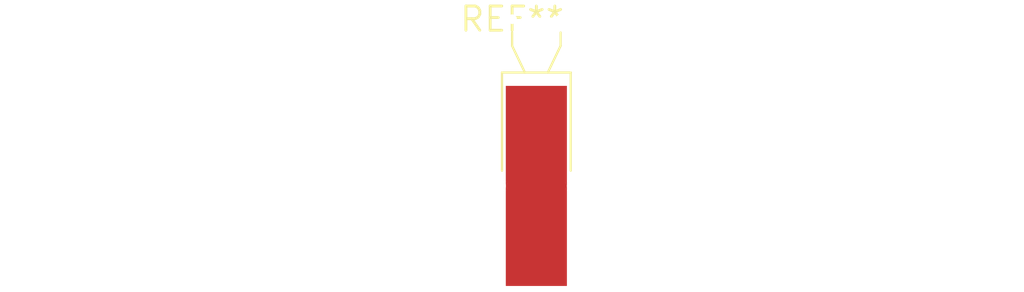
<source format=kicad_pcb>
(kicad_pcb (version 20240108) (generator pcbnew)
  (layers (0 "F.Cu" signal) (31 "B.Cu" signal) (34 "B.Paste" user) (35 "F.Paste" user) (36 "B.SilkS" user "B.Silkscreen") (37 "F.SilkS" user "F.Silkscreen") (38 "B.Mask" user) (39 "F.Mask" user) (44 "Edge.Cuts" user))
  (net 0 "")
  (footprint "Crystal_AT310_D3.0mm_L10.0mm_Horizontal_1EP_style2" (layer "F.Cu") (at 0 0)
    (property "Reference" "REF**")
    (property "Value" "Crystal_AT310_D3.0mm_L10.0mm_Horizontal_1EP_style2")
    (fp_line (start -0.53 2.8) (end 3.07 2.8) (layer "F.SilkS") (stroke (width 0.12)))
    (fp_line (start -0.53 7.95) (end -0.53 2.8) (layer "F.SilkS") (stroke (width 0.12)))
    (fp_line (start 0 1.4) (end 0 0.7) (layer "F.SilkS") (stroke (width 0.12)))
    (fp_line (start 0.67 2.8) (end 0 1.4) (layer "F.SilkS") (stroke (width 0.12)))
    (fp_line (start 1.87 2.8) (end 2.54 1.4) (layer "F.SilkS") (stroke (width 0.12)))
    (fp_line (start 2.54 1.4) (end 2.54 0.7) (layer "F.SilkS") (stroke (width 0.12)))
    (fp_line (start 3.07 2.8) (end 3.07 7.95) (layer "F.SilkS") (stroke (width 0.12)))
    (pad "1" thru_hole circle (at 0 0) (size 1 1) (drill 0.5) (layers *.Cu *.Mask) (remove_unused_layers))
    (pad "2" thru_hole circle (at 2.54 0) (size 1 1) (drill 0.5) (layers *.Cu *.Mask) (remove_unused_layers))
    (pad "3" thru_hole rect (at -0.73 8.75) (size 1.2 1.2) (drill 0.8) (layers *.Cu *.Mask) (remove_unused_layers))
    (pad "3" smd rect (at 1.27 8.75) (size 3.2 10.5) (layers "F.Cu" "F.Paste" "F.Mask"))
    (pad "3" thru_hole rect (at 3.27 8.75) (size 1.2 1.2) (drill 0.8) (layers *.Cu *.Mask) (remove_unused_layers))
  )
)
</source>
